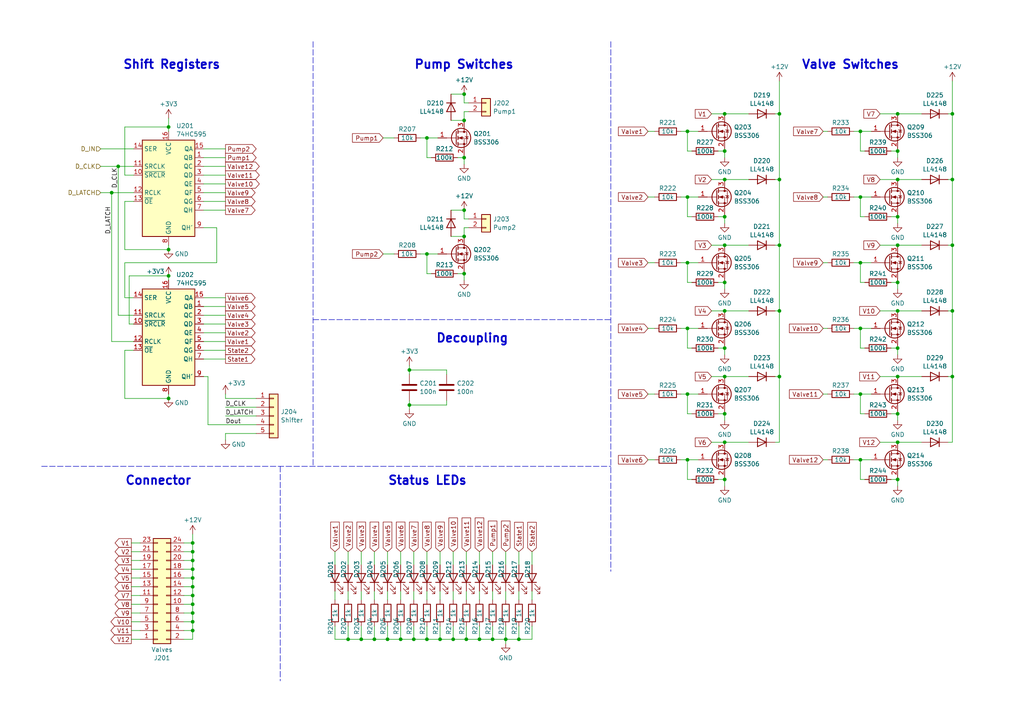
<source format=kicad_sch>
(kicad_sch (version 20231120) (generator "eeschema") (generator_version "8.0")
  (paper "A4")
  (junction (at 142.875 185.42))
  (junction (at 34.29 48.26))
  (junction (at 199.39 38.1))
  (junction (at 55.88 162.56))
  (junction (at 260.35 139.065))
  (junction (at 55.88 170.18))
  (junction (at 249.555 76.2))
  (junction (at 260.35 109.22))
  (junction (at 210.185 139.065))
  (junction (at 134.62 60.96))
  (junction (at 210.185 43.815))
  (junction (at 112.395 185.42))
  (junction (at 131.445 185.42))
  (junction (at 55.88 182.88))
  (junction (at 199.39 95.25))
  (junction (at 55.88 172.72))
  (junction (at 199.39 114.3))
  (junction (at 260.35 100.965))
  (junction (at 210.185 90.17))
  (junction (at 55.88 165.1))
  (junction (at 210.185 120.015))
  (junction (at 48.895 36.83))
  (junction (at 276.225 109.22))
  (junction (at 249.555 133.35))
  (junction (at 139.065 185.42))
  (junction (at 226.06 71.12))
  (junction (at 55.88 157.48))
  (junction (at 199.39 57.15))
  (junction (at 210.185 81.915))
  (junction (at 116.205 185.42))
  (junction (at 210.185 128.27))
  (junction (at 146.685 185.42))
  (junction (at 134.62 68.58))
  (junction (at 249.555 95.25))
  (junction (at 120.015 185.42))
  (junction (at 118.745 117.475))
  (junction (at 134.62 45.72))
  (junction (at 55.88 180.34))
  (junction (at 123.825 73.66))
  (junction (at 134.62 79.375))
  (junction (at 210.185 62.865))
  (junction (at 134.62 27.305))
  (junction (at 276.225 90.17))
  (junction (at 210.185 33.02))
  (junction (at 226.06 52.07))
  (junction (at 123.825 185.42))
  (junction (at 118.745 107.315))
  (junction (at 108.585 185.42))
  (junction (at 199.39 76.2))
  (junction (at 55.88 177.8))
  (junction (at 260.35 43.815))
  (junction (at 249.555 38.1))
  (junction (at 48.895 115.57))
  (junction (at 226.06 109.22))
  (junction (at 123.825 40.005))
  (junction (at 260.35 33.02))
  (junction (at 260.35 120.015))
  (junction (at 48.895 80.01))
  (junction (at 260.35 128.27))
  (junction (at 249.555 114.3))
  (junction (at 104.775 185.42))
  (junction (at 260.35 71.12))
  (junction (at 210.185 52.07))
  (junction (at 210.185 71.12))
  (junction (at 276.225 52.07))
  (junction (at 260.35 52.07))
  (junction (at 134.62 34.925))
  (junction (at 249.555 57.15))
  (junction (at 210.185 100.965))
  (junction (at 55.88 167.64))
  (junction (at 276.225 71.12))
  (junction (at 260.35 62.865))
  (junction (at 210.185 109.22))
  (junction (at 226.06 33.02))
  (junction (at 32.385 55.88))
  (junction (at 199.39 133.35))
  (junction (at 100.965 185.42))
  (junction (at 260.35 81.915))
  (junction (at 150.495 185.42))
  (junction (at 260.35 90.17))
  (junction (at 55.88 175.26))
  (junction (at 135.255 185.42))
  (junction (at 48.895 72.39))
  (junction (at 226.06 90.17))
  (junction (at 127.635 185.42))
  (junction (at 55.88 160.02))
  (junction (at 276.225 33.02))
  (wire (pts (xy 150.495 171.45) (xy 150.495 173.99)))
  (wire (pts (xy 258.445 81.915) (xy 260.35 81.915)))
  (wire (pts (xy 249.555 139.065) (xy 249.555 133.35)))
  (wire (pts (xy 36.195 115.57) (xy 48.895 115.57)))
  (wire (pts (xy 65.405 43.18) (xy 59.055 43.18)))
  (wire (pts (xy 108.585 160.02) (xy 108.585 163.83)))
  (wire (pts (xy 187.96 133.35) (xy 189.865 133.35)))
  (wire (pts (xy 65.405 93.98) (xy 59.055 93.98)))
  (wire (pts (xy 37.465 80.01) (xy 48.895 80.01)))
  (wire (pts (xy 224.79 128.27) (xy 226.06 128.27)))
  (wire (pts (xy 116.205 185.42) (xy 112.395 185.42)))
  (wire (pts (xy 112.395 181.61) (xy 112.395 185.42)))
  (wire (pts (xy 129.54 116.205) (xy 129.54 117.475)))
  (wire (pts (xy 111.125 40.005) (xy 114.3 40.005)))
  (wire (pts (xy 258.445 139.065) (xy 260.35 139.065)))
  (wire (pts (xy 53.34 172.72) (xy 55.88 172.72)))
  (wire (pts (xy 59.055 66.04) (xy 62.865 66.04)))
  (wire (pts (xy 120.015 160.02) (xy 120.015 163.83)))
  (wire (pts (xy 274.955 109.22) (xy 276.225 109.22)))
  (wire (pts (xy 104.775 181.61) (xy 104.775 185.42)))
  (wire (pts (xy 199.39 133.35) (xy 202.565 133.35)))
  (wire (pts (xy 276.225 90.17) (xy 276.225 109.22)))
  (wire (pts (xy 118.745 117.475) (xy 118.745 118.745)))
  (wire (pts (xy 249.555 76.2) (xy 252.73 76.2)))
  (wire (pts (xy 255.27 128.27) (xy 260.35 128.27)))
  (wire (pts (xy 238.76 133.35) (xy 240.03 133.35)))
  (wire (pts (xy 37.465 93.98) (xy 37.465 80.01)))
  (wire (pts (xy 150.495 160.02) (xy 150.495 163.83)))
  (wire (pts (xy 139.065 181.61) (xy 139.065 185.42)))
  (wire (pts (xy 200.66 43.815) (xy 199.39 43.815)))
  (wire (pts (xy 100.965 160.02) (xy 100.965 163.83)))
  (wire (pts (xy 123.825 185.42) (xy 120.015 185.42)))
  (wire (pts (xy 97.155 181.61) (xy 97.155 185.42)))
  (wire (pts (xy 150.495 185.42) (xy 154.305 185.42)))
  (wire (pts (xy 255.27 109.22) (xy 260.35 109.22)))
  (wire (pts (xy 129.54 117.475) (xy 118.745 117.475)))
  (wire (pts (xy 116.205 160.02) (xy 116.205 163.83)))
  (wire (pts (xy 199.39 62.865) (xy 199.39 57.15)))
  (wire (pts (xy 187.96 38.1) (xy 189.865 38.1)))
  (wire (pts (xy 187.96 57.15) (xy 189.865 57.15)))
  (wire (pts (xy 249.555 57.15) (xy 252.73 57.15)))
  (wire (pts (xy 123.825 40.005) (xy 127 40.005)))
  (wire (pts (xy 146.685 185.42) (xy 150.495 185.42)))
  (wire (pts (xy 210.185 139.065) (xy 210.185 140.97)))
  (wire (pts (xy 210.185 43.815) (xy 210.185 45.72)))
  (wire (pts (xy 65.405 91.44) (xy 59.055 91.44)))
  (wire (pts (xy 32.385 99.06) (xy 38.735 99.06)))
  (wire (pts (xy 276.225 33.02) (xy 276.225 52.07)))
  (wire (pts (xy 224.79 33.02) (xy 226.06 33.02)))
  (wire (pts (xy 260.35 100.965) (xy 260.35 100.33)))
  (wire (pts (xy 249.555 133.35) (xy 252.73 133.35)))
  (wire (pts (xy 55.88 185.42) (xy 53.34 185.42)))
  (wire (pts (xy 139.065 185.42) (xy 135.255 185.42)))
  (wire (pts (xy 53.34 170.18) (xy 55.88 170.18)))
  (wire (pts (xy 135.255 171.45) (xy 135.255 173.99)))
  (wire (pts (xy 210.185 62.865) (xy 210.185 64.77)))
  (wire (pts (xy 38.735 58.42) (xy 36.195 58.42)))
  (wire (pts (xy 208.28 120.015) (xy 210.185 120.015)))
  (wire (pts (xy 255.27 33.02) (xy 260.35 33.02)))
  (wire (pts (xy 135.255 160.02) (xy 135.255 163.83)))
  (wire (pts (xy 210.185 81.915) (xy 210.185 81.28)))
  (wire (pts (xy 36.195 58.42) (xy 36.195 72.39)))
  (wire (pts (xy 36.195 76.2) (xy 36.195 86.36)))
  (wire (pts (xy 36.195 101.6) (xy 36.195 115.57)))
  (wire (pts (xy 226.06 23.495) (xy 226.06 33.02)))
  (wire (pts (xy 55.88 157.48) (xy 55.88 160.02)))
  (wire (pts (xy 206.375 128.27) (xy 210.185 128.27)))
  (wire (pts (xy 260.35 43.815) (xy 260.35 45.72)))
  (wire (pts (xy 134.62 29.845) (xy 135.89 29.845)))
  (wire (pts (xy 65.405 88.9) (xy 59.055 88.9)))
  (wire (pts (xy 38.735 50.8) (xy 36.195 50.8)))
  (wire (pts (xy 260.35 62.865) (xy 260.35 64.77)))
  (wire (pts (xy 38.735 101.6) (xy 36.195 101.6)))
  (wire (pts (xy 111.125 73.66) (xy 114.3 73.66)))
  (wire (pts (xy 210.185 120.015) (xy 210.185 119.38)))
  (wire (pts (xy 199.39 139.065) (xy 199.39 133.35)))
  (wire (pts (xy 38.1 170.18) (xy 40.64 170.18)))
  (wire (pts (xy 55.88 154.94) (xy 55.88 157.48)))
  (wire (pts (xy 134.62 45.72) (xy 134.62 47.625)))
  (wire (pts (xy 62.865 76.2) (xy 36.195 76.2)))
  (wire (pts (xy 274.955 71.12) (xy 276.225 71.12)))
  (wire (pts (xy 210.185 128.27) (xy 217.17 128.27)))
  (wire (pts (xy 53.34 162.56) (xy 55.88 162.56)))
  (wire (pts (xy 131.445 160.02) (xy 131.445 163.83)))
  (wire (pts (xy 226.06 90.17) (xy 226.06 109.22)))
  (wire (pts (xy 260.35 109.22) (xy 267.335 109.22)))
  (wire (pts (xy 34.29 91.44) (xy 38.735 91.44)))
  (wire (pts (xy 59.055 109.22) (xy 60.325 109.22)))
  (wire (pts (xy 146.685 185.42) (xy 142.875 185.42)))
  (wire (pts (xy 53.34 167.64) (xy 55.88 167.64)))
  (wire (pts (xy 100.965 185.42) (xy 97.155 185.42)))
  (wire (pts (xy 38.1 185.42) (xy 40.64 185.42)))
  (wire (pts (xy 134.62 32.385) (xy 134.62 34.925)))
  (wire (pts (xy 135.255 185.42) (xy 131.445 185.42)))
  (wire (pts (xy 125.095 79.375) (xy 123.825 79.375)))
  (wire (pts (xy 187.96 114.3) (xy 189.865 114.3)))
  (wire (pts (xy 121.92 73.66) (xy 123.825 73.66)))
  (wire (pts (xy 48.895 34.29) (xy 48.895 36.83)))
  (wire (pts (xy 53.34 180.34) (xy 55.88 180.34)))
  (wire (pts (xy 260.35 33.02) (xy 267.335 33.02)))
  (wire (pts (xy 206.375 71.12) (xy 210.185 71.12)))
  (wire (pts (xy 65.405 45.72) (xy 59.055 45.72)))
  (wire (pts (xy 65.405 48.26) (xy 59.055 48.26)))
  (wire (pts (xy 62.865 66.04) (xy 62.865 76.2)))
  (wire (pts (xy 38.1 160.02) (xy 40.64 160.02)))
  (wire (pts (xy 135.255 181.61) (xy 135.255 185.42)))
  (wire (pts (xy 130.81 60.96) (xy 134.62 60.96)))
  (wire (pts (xy 123.825 73.66) (xy 127 73.66)))
  (wire (pts (xy 104.775 171.45) (xy 104.775 173.99)))
  (wire (pts (xy 210.185 100.965) (xy 210.185 100.33)))
  (wire (pts (xy 38.1 182.88) (xy 40.64 182.88)))
  (wire (pts (xy 150.495 181.61) (xy 150.495 185.42)))
  (wire (pts (xy 250.825 81.915) (xy 249.555 81.915)))
  (wire (pts (xy 125.095 45.72) (xy 123.825 45.72)))
  (wire (pts (xy 260.35 52.07) (xy 267.335 52.07)))
  (wire (pts (xy 199.39 57.15) (xy 202.565 57.15)))
  (wire (pts (xy 112.395 160.02) (xy 112.395 163.83)))
  (wire (pts (xy 48.895 36.83) (xy 48.895 38.1)))
  (wire (pts (xy 238.76 38.1) (xy 240.03 38.1)))
  (wire (pts (xy 36.195 86.36) (xy 38.735 86.36)))
  (wire (pts (xy 258.445 62.865) (xy 260.35 62.865)))
  (wire (pts (xy 200.66 120.015) (xy 199.39 120.015)))
  (wire (pts (xy 108.585 171.45) (xy 108.585 173.99)))
  (wire (pts (xy 65.405 99.06) (xy 59.055 99.06)))
  (wire (pts (xy 123.825 171.45) (xy 123.825 173.99)))
  (wire (pts (xy 247.65 95.25) (xy 249.555 95.25)))
  (wire (pts (xy 187.96 95.25) (xy 189.865 95.25)))
  (wire (pts (xy 274.955 33.02) (xy 276.225 33.02)))
  (wire (pts (xy 154.305 171.45) (xy 154.305 173.99)))
  (wire (pts (xy 65.405 125.73) (xy 65.405 127.635)))
  (wire (pts (xy 206.375 90.17) (xy 210.185 90.17)))
  (wire (pts (xy 224.79 90.17) (xy 226.06 90.17)))
  (wire (pts (xy 97.155 160.02) (xy 97.155 163.83)))
  (wire (pts (xy 53.34 165.1) (xy 55.88 165.1)))
  (wire (pts (xy 210.185 43.815) (xy 210.185 43.18)))
  (wire (pts (xy 134.62 79.375) (xy 134.62 78.74)))
  (wire (pts (xy 274.955 52.07) (xy 276.225 52.07)))
  (wire (pts (xy 55.88 167.64) (xy 55.88 170.18)))
  (wire (pts (xy 38.1 167.64) (xy 40.64 167.64)))
  (wire (pts (xy 120.015 171.45) (xy 120.015 173.99)))
  (wire (pts (xy 116.205 181.61) (xy 116.205 185.42)))
  (wire (pts (xy 38.1 165.1) (xy 40.64 165.1)))
  (wire (pts (xy 135.89 66.04) (xy 134.62 66.04)))
  (wire (pts (xy 65.405 50.8) (xy 59.055 50.8)))
  (wire (pts (xy 131.445 181.61) (xy 131.445 185.42)))
  (wire (pts (xy 134.62 66.04) (xy 134.62 68.58)))
  (wire (pts (xy 260.35 100.965) (xy 260.35 102.87)))
  (wire (pts (xy 208.28 81.915) (xy 210.185 81.915)))
  (wire (pts (xy 200.66 100.965) (xy 199.39 100.965)))
  (wire (pts (xy 260.35 43.815) (xy 260.35 43.18)))
  (wire (pts (xy 255.27 90.17) (xy 260.35 90.17)))
  (wire (pts (xy 55.88 175.26) (xy 55.88 177.8)))
  (wire (pts (xy 146.685 160.02) (xy 146.685 163.83)))
  (wire (pts (xy 247.65 114.3) (xy 249.555 114.3)))
  (wire (pts (xy 36.195 50.8) (xy 36.195 36.83)))
  (wire (pts (xy 34.29 91.44) (xy 34.29 48.26)))
  (wire (pts (xy 59.055 104.14) (xy 65.405 104.14)))
  (wire (pts (xy 65.405 86.36) (xy 59.055 86.36)))
  (wire (pts (xy 53.34 182.88) (xy 55.88 182.88)))
  (wire (pts (xy 206.375 52.07) (xy 210.185 52.07)))
  (wire (pts (xy 118.745 106.045) (xy 118.745 107.315)))
  (wire (pts (xy 154.305 160.02) (xy 154.305 163.83)))
  (wire (pts (xy 48.895 80.01) (xy 48.895 81.28)))
  (wire (pts (xy 226.06 52.07) (xy 226.06 71.12)))
  (wire (pts (xy 53.34 157.48) (xy 55.88 157.48)))
  (wire (pts (xy 200.66 81.915) (xy 199.39 81.915)))
  (wire (pts (xy 276.225 128.27) (xy 274.955 128.27)))
  (wire (pts (xy 154.305 181.61) (xy 154.305 185.42)))
  (wire (pts (xy 146.685 171.45) (xy 146.685 173.99)))
  (wire (pts (xy 139.065 160.02) (xy 139.065 163.83)))
  (wire (pts (xy 250.825 43.815) (xy 249.555 43.815)))
  (wire (pts (xy 258.445 100.965) (xy 260.35 100.965)))
  (wire (pts (xy 60.325 123.19) (xy 74.295 123.19)))
  (wire (pts (xy 274.955 90.17) (xy 276.225 90.17)))
  (polyline (pts (xy 90.805 12.065) (xy 90.805 135.255)) (stroke (width 0) (type dash)))
  (wire (pts (xy 199.39 114.3) (xy 202.565 114.3)))
  (wire (pts (xy 249.555 95.25) (xy 252.73 95.25)))
  (wire (pts (xy 197.485 95.25) (xy 199.39 95.25)))
  (wire (pts (xy 55.88 177.8) (xy 55.88 180.34)))
  (wire (pts (xy 97.155 171.45) (xy 97.155 173.99)))
  (wire (pts (xy 276.225 52.07) (xy 276.225 71.12)))
  (wire (pts (xy 142.875 160.02) (xy 142.875 163.83)))
  (wire (pts (xy 38.1 180.34) (xy 40.64 180.34)))
  (wire (pts (xy 65.405 118.11) (xy 74.295 118.11)))
  (wire (pts (xy 226.06 128.27) (xy 226.06 109.22)))
  (wire (pts (xy 29.21 48.26) (xy 34.29 48.26)))
  (wire (pts (xy 208.28 62.865) (xy 210.185 62.865)))
  (wire (pts (xy 134.62 79.375) (xy 134.62 81.28)))
  (wire (pts (xy 260.35 128.27) (xy 267.335 128.27)))
  (wire (pts (xy 276.225 109.22) (xy 276.225 128.27)))
  (wire (pts (xy 131.445 171.45) (xy 131.445 173.99)))
  (wire (pts (xy 120.015 181.61) (xy 120.015 185.42)))
  (wire (pts (xy 139.065 171.45) (xy 139.065 173.99)))
  (wire (pts (xy 38.1 162.56) (xy 40.64 162.56)))
  (wire (pts (xy 55.88 182.88) (xy 55.88 185.42)))
  (wire (pts (xy 55.88 162.56) (xy 55.88 165.1)))
  (wire (pts (xy 134.62 45.72) (xy 134.62 45.085)))
  (wire (pts (xy 38.1 157.48) (xy 40.64 157.48)))
  (wire (pts (xy 260.35 71.12) (xy 267.335 71.12)))
  (wire (pts (xy 65.405 55.88) (xy 59.055 55.88)))
  (wire (pts (xy 238.76 57.15) (xy 240.03 57.15)))
  (wire (pts (xy 135.89 32.385) (xy 134.62 32.385)))
  (wire (pts (xy 197.485 38.1) (xy 199.39 38.1)))
  (wire (pts (xy 210.185 120.015) (xy 210.185 121.92)))
  (wire (pts (xy 238.76 95.25) (xy 240.03 95.25)))
  (wire (pts (xy 260.35 81.915) (xy 260.35 81.28)))
  (wire (pts (xy 36.195 36.83) (xy 48.895 36.83)))
  (wire (pts (xy 247.65 57.15) (xy 249.555 57.15)))
  (wire (pts (xy 197.485 76.2) (xy 199.39 76.2)))
  (wire (pts (xy 224.79 71.12) (xy 226.06 71.12)))
  (wire (pts (xy 132.715 79.375) (xy 134.62 79.375)))
  (wire (pts (xy 123.825 45.72) (xy 123.825 40.005)))
  (polyline (pts (xy 177.165 12.065) (xy 177.165 165.735)) (stroke (width 0) (type dash)))
  (wire (pts (xy 276.225 23.495) (xy 276.225 33.02)))
  (wire (pts (xy 199.39 38.1) (xy 202.565 38.1)))
  (wire (pts (xy 104.775 160.02) (xy 104.775 163.83)))
  (wire (pts (xy 118.745 107.315) (xy 118.745 108.585)))
  (wire (pts (xy 199.39 76.2) (xy 202.565 76.2)))
  (wire (pts (xy 65.405 125.73) (xy 74.295 125.73)))
  (wire (pts (xy 53.34 160.02) (xy 55.88 160.02)))
  (wire (pts (xy 142.875 185.42) (xy 139.065 185.42)))
  (wire (pts (xy 249.555 43.815) (xy 249.555 38.1)))
  (wire (pts (xy 38.735 93.98) (xy 37.465 93.98)))
  (polyline (pts (xy 90.805 92.71) (xy 177.165 92.71)) (stroke (width 0) (type dash)))
  (wire (pts (xy 108.585 181.61) (xy 108.585 185.42)))
  (wire (pts (xy 206.375 109.22) (xy 210.185 109.22)))
  (wire (pts (xy 120.015 185.42) (xy 116.205 185.42)))
  (wire (pts (xy 65.405 96.52) (xy 59.055 96.52)))
  (wire (pts (xy 116.205 171.45) (xy 116.205 173.99)))
  (wire (pts (xy 199.39 43.815) (xy 199.39 38.1)))
  (wire (pts (xy 65.405 115.57) (xy 74.295 115.57)))
  (wire (pts (xy 48.895 115.57) (xy 48.895 114.3)))
  (wire (pts (xy 134.62 27.305) (xy 134.62 29.845)))
  (wire (pts (xy 59.055 101.6) (xy 65.405 101.6)))
  (wire (pts (xy 32.385 55.88) (xy 38.735 55.88)))
  (wire (pts (xy 134.62 60.96) (xy 134.62 63.5)))
  (wire (pts (xy 210.185 71.12) (xy 217.17 71.12)))
  (wire (pts (xy 142.875 171.45) (xy 142.875 173.99)))
  (wire (pts (xy 55.88 165.1) (xy 55.88 167.64)))
  (wire (pts (xy 34.29 48.26) (xy 38.735 48.26)))
  (wire (pts (xy 197.485 57.15) (xy 199.39 57.15)))
  (wire (pts (xy 260.35 62.865) (xy 260.35 62.23)))
  (wire (pts (xy 260.35 120.015) (xy 260.35 119.38)))
  (wire (pts (xy 224.79 109.22) (xy 226.06 109.22)))
  (wire (pts (xy 38.1 172.72) (xy 40.64 172.72)))
  (wire (pts (xy 199.39 120.015) (xy 199.39 114.3)))
  (wire (pts (xy 48.895 72.39) (xy 48.895 71.12)))
  (wire (pts (xy 247.65 38.1) (xy 249.555 38.1)))
  (wire (pts (xy 121.92 40.005) (xy 123.825 40.005)))
  (wire (pts (xy 210.185 90.17) (xy 217.17 90.17)))
  (wire (pts (xy 146.685 185.42) (xy 146.685 186.69)))
  (wire (pts (xy 255.27 52.07) (xy 260.35 52.07)))
  (wire (pts (xy 238.76 76.2) (xy 240.03 76.2)))
  (wire (pts (xy 130.81 27.305) (xy 134.62 27.305)))
  (wire (pts (xy 65.405 114.3) (xy 65.405 115.57)))
  (wire (pts (xy 53.34 175.26) (xy 55.88 175.26)))
  (wire (pts (xy 123.825 79.375) (xy 123.825 73.66)))
  (wire (pts (xy 249.555 38.1) (xy 252.73 38.1)))
  (wire (pts (xy 112.395 185.42) (xy 108.585 185.42)))
  (wire (pts (xy 127.635 185.42) (xy 123.825 185.42)))
  (wire (pts (xy 127.635 181.61) (xy 127.635 185.42)))
  (wire (pts (xy 199.39 81.915) (xy 199.39 76.2)))
  (wire (pts (xy 249.555 81.915) (xy 249.555 76.2)))
  (wire (pts (xy 247.65 76.2) (xy 249.555 76.2)))
  (wire (pts (xy 208.28 43.815) (xy 210.185 43.815)))
  (wire (pts (xy 55.88 180.34) (xy 55.88 182.88)))
  (wire (pts (xy 200.66 139.065) (xy 199.39 139.065)))
  (wire (pts (xy 250.825 139.065) (xy 249.555 139.065)))
  (wire (pts (xy 255.27 71.12) (xy 260.35 71.12)))
  (wire (pts (xy 131.445 185.42) (xy 127.635 185.42)))
  (wire (pts (xy 108.585 185.42) (xy 104.775 185.42)))
  (wire (pts (xy 247.65 133.35) (xy 249.555 133.35)))
  (wire (pts (xy 258.445 120.015) (xy 260.35 120.015)))
  (wire (pts (xy 65.405 120.65) (xy 74.295 120.65)))
  (wire (pts (xy 250.825 62.865) (xy 249.555 62.865)))
  (wire (pts (xy 55.88 170.18) (xy 55.88 172.72)))
  (wire (pts (xy 210.185 81.915) (xy 210.185 83.82)))
  (wire (pts (xy 199.39 100.965) (xy 199.39 95.25)))
  (wire (pts (xy 258.445 43.815) (xy 260.35 43.815)))
  (wire (pts (xy 260.35 120.015) (xy 260.35 121.92)))
  (wire (pts (xy 208.28 139.065) (xy 210.185 139.065)))
  (wire (pts (xy 55.88 160.02) (xy 55.88 162.56)))
  (wire (pts (xy 29.21 55.88) (xy 32.385 55.88)))
  (wire (pts (xy 260.35 139.065) (xy 260.35 138.43)))
  (wire (pts (xy 38.1 177.8) (xy 40.64 177.8)))
  (wire (pts (xy 206.375 33.02) (xy 210.185 33.02)))
  (wire (pts (xy 130.81 68.58) (xy 134.62 68.58)))
  (wire (pts (xy 118.745 116.205) (xy 118.745 117.475)))
  (wire (pts (xy 112.395 171.45) (xy 112.395 173.99)))
  (wire (pts (xy 226.06 71.12) (xy 226.06 90.17)))
  (wire (pts (xy 238.76 114.3) (xy 240.03 114.3)))
  (wire (pts (xy 249.555 114.3) (xy 252.73 114.3)))
  (wire (pts (xy 36.195 72.39) (xy 48.895 72.39)))
  (polyline (pts (xy 81.28 135.255) (xy 81.28 197.485)) (stroke (width 0) (type dash)))
  (wire (pts (xy 260.35 139.065) (xy 260.35 140.97)))
  (wire (pts (xy 55.88 172.72) (xy 55.88 175.26)))
  (wire (pts (xy 130.81 34.925) (xy 134.62 34.925)))
  (wire (pts (xy 210.185 52.07) (xy 217.17 52.07)))
  (wire (pts (xy 210.185 33.02) (xy 217.17 33.02)))
  (wire (pts (xy 132.715 45.72) (xy 134.62 45.72)))
  (wire (pts (xy 123.825 181.61) (xy 123.825 185.42)))
  (wire (pts (xy 187.96 76.2) (xy 189.865 76.2)))
  (wire (pts (xy 226.06 33.02) (xy 226.06 52.07)))
  (wire (pts (xy 249.555 120.015) (xy 249.555 114.3)))
  (wire (pts (xy 146.685 181.61) (xy 146.685 185.42)))
  (wire (pts (xy 65.405 58.42) (xy 59.055 58.42)))
  (wire (pts (xy 276.225 71.12) (xy 276.225 90.17)))
  (wire (pts (xy 200.66 62.865) (xy 199.39 62.865)))
  (wire (pts (xy 249.555 100.965) (xy 249.555 95.25)))
  (wire (pts (xy 210.185 109.22) (xy 217.17 109.22)))
  (wire (pts (xy 104.775 185.42) (xy 100.965 185.42)))
  (wire (pts (xy 210.185 100.965) (xy 210.185 102.87)))
  (wire (pts (xy 210.185 62.865) (xy 210.185 62.23)))
  (wire (pts (xy 123.825 160.02) (xy 123.825 163.83)))
  (wire (pts (xy 142.875 181.61) (xy 142.875 185.42)))
  (wire (pts (xy 127.635 171.45) (xy 127.635 173.99)))
  (wire (pts (xy 32.385 55.88) (xy 32.385 99.06)))
  (wire (pts (xy 38.1 175.26) (xy 40.64 175.26)))
  (wire (pts (xy 260.35 90.17) (xy 267.335 90.17)))
  (wire (pts (xy 118.745 107.315) (xy 129.54 107.315)))
  (wire (pts (xy 29.21 43.18) (xy 38.735 43.18)))
  (wire (pts (xy 249.555 62.865) (xy 249.555 57.15)))
  (wire (pts (xy 127.635 160.02) (xy 127.635 163.83)))
  (wire (pts (xy 65.405 53.34) (xy 59.055 53.34)))
  (wire (pts (xy 197.485 133.35) (xy 199.39 133.35)))
  (wire (pts (xy 65.405 60.96) (xy 59.055 60.96)))
  (wire (pts (xy 100.965 181.61) (xy 100.965 185.42)))
  (wire (pts (xy 224.79 52.07) (xy 226.06 52.07)))
  (wire (pts (xy 210.185 139.065) (xy 210.185 138.43)))
  (wire (pts (xy 197.485 114.3) (xy 199.39 114.3)))
  (wire (pts (xy 60.325 109.22) (xy 60.325 123.19)))
  (wire (pts (xy 260.35 81.915) (xy 260.35 83.82)))
  (wire (pts (xy 199.39 95.25) (xy 202.565 95.25)))
  (wire (pts (xy 250.825 100.965) (xy 249.555 100.965)))
  (wire (pts (xy 250.825 120.015) (xy 249.555 120.015)))
  (polyline (pts (xy 12.065 135.255) (xy 177.165 135.255)) (stroke (width 0) (type dash)))
  (wire (pts (xy 100.965 171.45) (xy 100.965 173.99)))
  (wire (pts (xy 53.34 177.8) (xy 55.88 177.8)))
  (wire (pts (xy 129.54 107.315) (xy 129.54 108.585)))
  (wire (pts (xy 134.62 63.5) (xy 135.89 63.5)))
  (wire (pts (xy 208.28 100.965) (xy 210.185 100.965)))
  (text "Valve Switches" (at 232.41 20.32 0) (effects (font (size 2.5 2.5) (thickness 0.5) (bold yes)) (justify left bottom)))
  (text "Connector" (at 36.195 140.97 0) (effects (font (size 2.5 2.5) (thickness 0.5) (bold yes)) (justify left bottom)))
  (text "Pump Switches" (at 120.015 20.32 0) (effects (font (size 2.5 2.5) (thickness 0.5) (bold yes)) (justify left bottom)))
  (text "Status LEDs" (at 112.395 140.97 0) (effects (font (size 2.5 2.5) (thickness 0.5) (bold yes)) (justify left bottom)))
  (text "Shift Registers" (at 35.56 20.32 0) (effects (font (size 2.5 2.5) (thickness 0.5) (bold yes)) (justify left bottom)))
  (text "Decoupling" (at 126.365 99.695 0) (effects (font (size 2.5 2.5) (thickness 0.5) (bold yes)) (justify left bottom)))
  (label "D_CLK" (at 34.29 54.61 90))
  (label "D_LATCH" (at 65.405 120.65 0))
  (label "D_CLK" (at 65.405 118.11 0))
  (label "D_LATCH" (at 32.385 67.945 90))
  (label "Dout" (at 65.405 123.19 0))
  (global_label "Valve11" (shape output) (at 65.405 50.8 0) (property "Intersheetrefs" "${INTERSHEET_REFS}" (effects (hide yes))))
  (global_label "Pump1" (shape output) (at 65.405 45.72 0) (property "Intersheetrefs" "${INTERSHEET_REFS}" (effects (hide yes))))
  (global_label "Valve3" (shape input) (at 104.775 160.02 90) (property "Intersheetrefs" "${INTERSHEET_REFS}" (effects (hide yes))))
  (global_label "Valve5" (shape input) (at 187.96 114.3 180) (property "Intersheetrefs" "${INTERSHEET_REFS}" (effects (hide yes))))
  (global_label "Valve8" (shape input) (at 123.825 160.02 90) (property "Intersheetrefs" "${INTERSHEET_REFS}" (effects (hide yes))))
  (global_label "Valve12" (shape output) (at 65.405 48.26 0) (property "Intersheetrefs" "${INTERSHEET_REFS}" (effects (hide yes))))
  (global_label "Valve5" (shape input) (at 112.395 160.02 90) (property "Intersheetrefs" "${INTERSHEET_REFS}" (effects (hide yes))))
  (global_label "V8" (shape input) (at 255.27 52.07 180) (property "Intersheetrefs" "${INTERSHEET_REFS}" (effects (hide yes))))
  (global_label "V7" (shape input) (at 255.27 33.02 180) (property "Intersheetrefs" "${INTERSHEET_REFS}" (effects (hide yes))))
  (global_label "V8" (shape output) (at 38.1 175.26 180) (property "Intersheetrefs" "${INTERSHEET_REFS}" (effects (hide yes))))
  (global_label "Valve7" (shape input) (at 120.015 160.02 90) (property "Intersheetrefs" "${INTERSHEET_REFS}" (effects (hide yes))))
  (global_label "Valve6" (shape input) (at 116.205 160.02 90) (property "Intersheetrefs" "${INTERSHEET_REFS}" (effects (hide yes))))
  (global_label "Valve2" (shape input) (at 100.965 160.02 90) (property "Intersheetrefs" "${INTERSHEET_REFS}" (effects (hide yes))))
  (global_label "V12" (shape input) (at 255.27 128.27 180) (property "Intersheetrefs" "${INTERSHEET_REFS}" (effects (hide yes))))
  (global_label "Valve10" (shape input) (at 131.445 160.02 90) (property "Intersheetrefs" "${INTERSHEET_REFS}" (effects (hide yes))))
  (global_label "Valve6" (shape output) (at 65.405 86.36 0) (property "Intersheetrefs" "${INTERSHEET_REFS}" (effects (hide yes))))
  (global_label "Pump2" (shape input) (at 146.685 160.02 90) (property "Intersheetrefs" "${INTERSHEET_REFS}" (effects (hide yes))))
  (global_label "Valve2" (shape input) (at 187.96 57.15 180) (property "Intersheetrefs" "${INTERSHEET_REFS}" (effects (hide yes))))
  (global_label "Valve9" (shape input) (at 127.635 160.02 90) (property "Intersheetrefs" "${INTERSHEET_REFS}" (effects (hide yes))))
  (global_label "V11" (shape input) (at 255.27 109.22 180) (property "Intersheetrefs" "${INTERSHEET_REFS}" (effects (hide yes))))
  (global_label "V6" (shape input) (at 206.375 128.27 180) (property "Intersheetrefs" "${INTERSHEET_REFS}" (effects (hide yes))))
  (global_label "Valve6" (shape input) (at 187.96 133.35 180) (property "Intersheetrefs" "${INTERSHEET_REFS}" (effects (hide yes))))
  (global_label "Pump2" (shape input) (at 111.125 73.66 180) (property "Intersheetrefs" "${INTERSHEET_REFS}" (effects (hide yes))))
  (global_label "Valve2" (shape output) (at 65.405 96.52 0) (property "Intersheetrefs" "${INTERSHEET_REFS}" (effects (hide yes))))
  (global_label "Valve4" (shape output) (at 65.405 91.44 0) (property "Intersheetrefs" "${INTERSHEET_REFS}" (effects (hide yes))))
  (global_label "V9" (shape output) (at 38.1 177.8 180) (property "Intersheetrefs" "${INTERSHEET_REFS}" (effects (hide yes))))
  (global_label "Pump1" (shape input) (at 142.875 160.02 90) (property "Intersheetrefs" "${INTERSHEET_REFS}" (effects (hide yes))))
  (global_label "V11" (shape output) (at 38.1 182.88 180) (property "Intersheetrefs" "${INTERSHEET_REFS}" (effects (hide yes))))
  (global_label "V10" (shape input) (at 255.27 90.17 180) (property "Intersheetrefs" "${INTERSHEET_REFS}" (effects (hide yes))))
  (global_label "V12" (shape output) (at 38.1 185.42 180) (property "Intersheetrefs" "${INTERSHEET_REFS}" (effects (hide yes))))
  (global_label "Valve8" (shape input) (at 238.76 57.15 180) (property "Intersheetrefs" "${INTERSHEET_REFS}" (effects (hide yes))))
  (global_label "V3" (shape input) (at 206.375 71.12 180) (property "Intersheetrefs" "${INTERSHEET_REFS}" (effects (hide yes))))
  (global_label "V1" (shape input) (at 206.375 33.02 180) (property "Intersheetrefs" "${INTERSHEET_REFS}" (effects (hide yes))))
  (global_label "V7" (shape output) (at 38.1 172.72 180) (property "Intersheetrefs" "${INTERSHEET_REFS}" (effects (hide yes))))
  (global_label "Valve7" (shape output) (at 65.405 60.96 0) (property "Intersheetrefs" "${INTERSHEET_REFS}" (effects (hide yes))))
  (global_label "Valve4" (shape input) (at 187.96 95.25 180) (property "Intersheetrefs" "${INTERSHEET_REFS}" (effects (hide yes))))
  (global_label "Valve1" (shape input) (at 187.96 38.1 180) (property "Intersheetrefs" "${INTERSHEET_REFS}" (effects (hide yes))))
  (global_label "V3" (shape output) (at 38.1 162.56 180) (property "Intersheetrefs" "${INTERSHEET_REFS}" (effects (hide yes))))
  (global_label "V6" (shape output) (at 38.1 170.18 180) (property "Intersheetrefs" "${INTERSHEET_REFS}" (effects (hide yes))))
  (global_label "V2" (shape input) (at 206.375 52.07 180) (property "Intersheetrefs" "${INTERSHEET_REFS}" (effects (hide yes))))
  (global_label "Valve11" (shape input) (at 135.255 160.02 90) (property "Intersheetrefs" "${INTERSHEET_REFS}" (effects (hide yes))))
  (global_label "Pump2" (shape output) (at 65.405 43.18 0) (property "Intersheetrefs" "${INTERSHEET_REFS}" (effects (hide yes))))
  (global_label "V2" (shape output) (at 38.1 160.02 180) (property "Intersheetrefs" "${INTERSHEET_REFS}" (effects (hide yes))))
  (global_label "Valve4" (shape input) (at 108.585 160.02 90) (property "Intersheetrefs" "${INTERSHEET_REFS}" (effects (hide yes))))
  (global_label "V5" (shape input) (at 206.375 109.22 180) (property "Intersheetrefs" "${INTERSHEET_REFS}" (effects (hide yes))))
  (global_label "Valve1" (shape output) (at 65.405 99.06 0) (property "Intersheetrefs" "${INTERSHEET_REFS}" (effects (hide yes))))
  (global_label "Valve12" (shape input) (at 238.76 133.35 180) (property "Intersheetrefs" "${INTERSHEET_REFS}" (effects (hide yes))))
  (global_label "V1" (shape output) (at 38.1 157.48 180) (property "Intersheetrefs" "${INTERSHEET_REFS}" (effects (hide yes))))
  (global_label "Valve9" (shape input) (at 238.76 76.2 180) (property "Intersheetrefs" "${INTERSHEET_REFS}" (effects (hide yes))))
  (global_label "Valve10" (shape output) (at 65.405 53.34 0) (property "Intersheetrefs" "${INTERSHEET_REFS}" (effects (hide yes))))
  (global_label "Valve11" (shape input) (at 238.76 114.3 180) (property "Intersheetrefs" "${INTERSHEET_REFS}" (effects (hide yes))))
  (global_label "V4" (shape output) (at 38.1 165.1 180) (property "Intersheetrefs" "${INTERSHEET_REFS}" (effects (hide yes))))
  (global_label "V4" (shape input) (at 206.375 90.17 180) (property "Intersheetrefs" "${INTERSHEET_REFS}" (effects (hide yes))))
  (global_label "Valve3" (shape input) (at 187.96 76.2 180) (property "Intersheetrefs" "${INTERSHEET_REFS}" (effects (hide yes))))
  (global_label "State1" (shape input) (at 150.495 160.02 90) (property "Intersheetrefs" "${INTERSHEET_REFS}" (effects (hide yes))))
  (global_label "Valve5" (shape output) (at 65.405 88.9 0) (property "Intersheetrefs" "${INTERSHEET_REFS}" (effects (hide yes))))
  (global_label "State1" (shape output) (at 65.405 104.14 0) (property "Intersheetrefs" "${INTERSHEET_REFS}" (effects (hide yes))))
  (global_label "State2" (shape output) (at 65.405 101.6 0) (property "Intersheetrefs" "${INTERSHEET_REFS}" (effects (hide yes))))
  (global_label "Valve3" (shape output) (at 65.405 93.98 0) (property "Intersheetrefs" "${INTERSHEET_REFS}" (effects (hide yes))))
  (global_label "Valve10" (shape input) (at 238.76 95.25 180) (property "Intersheetrefs" "${INTERSHEET_REFS}" (effects (hide yes))))
  (global_label "V10" (shape output) (at 38.1 180.34 180) (property "Intersheetrefs" "${INTERSHEET_REFS}" (effects (hide yes))))
  (global_label "Valve7" (shape input) (at 238.76 38.1 180) (property "Intersheetrefs" "${INTERSHEET_REFS}" (effects (hide yes))))
  (global_label "State2" (shape input) (at 154.305 160.02 90) (property "Intersheetrefs" "${INTERSHEET_REFS}" (effects (hide yes))))
  (global_label "V5" (shape output) (at 38.1 167.64 180) (property "Intersheetrefs" "${INTERSHEET_REFS}" (effects (hide yes))))
  (global_label "Valve12" (shape input) (at 139.065 160.02 90) (property "Intersheetrefs" "${INTERSHEET_REFS}" (effects (hide yes))))
  (global_label "Valve9" (shape output) (at 65.405 55.88 0) (property "Intersheetrefs" "${INTERSHEET_REFS}" (effects (hide yes))))
  (global_label "Pump1" (shape input) (at 111.125 40.005 180) (property "Intersheetrefs" "${INTERSHEET_REFS}" (effects (hide yes))))
  (global_label "Valve1" (shape input) (at 97.155 160.02 90) (property "Intersheetrefs" "${INTERSHEET_REFS}" (effects (hide yes))))
  (global_label "Valve8" (shape output) (at 65.405 58.42 0) (property "Intersheetrefs" "${INTERSHEET_REFS}" (effects (hide yes))))
  (global_label "V9" (shape input) (at 255.27 71.12 180) (property "Intersheetrefs" "${INTERSHEET_REFS}" (effects (hide yes))))
  (hierarchical_label "D_CLK" (shape input) (at 29.21 48.26 180))
  (hierarchical_label "D_IN" (shape input) (at 29.21 43.18 180))
  (hierarchical_label "D_LATCH" (shape input) (at 29.21 55.88 180))
  (symbol (lib_id "power:+3V3") (at 48.895 80.01 0) (unit 1)
    (property "Reference" "#PWR054" (effects (hide yes)))
    (property "Value" "+3V3" (at 45.085 78.74 0))
  )
  (symbol (lib_id "Device:R") (at 120.015 177.8 0) (unit 1)
    (property "Reference" "R209" (at 118.745 184.15 90) (effects (justify left)))
    (property "Value" "1k" (at 120.015 179.07 90) (effects (justify left)))
    (property "Footprint" "Resistor_SMD:R_0805_2012Metric" (effects (hide yes)))
  )
  (symbol (lib_id "Device:R") (at 127.635 177.8 0) (unit 1)
    (property "Reference" "R211" (at 126.365 184.15 90) (effects (justify left)))
    (property "Value" "1k" (at 127.635 179.07 90) (effects (justify left)))
    (property "Footprint" "Resistor_SMD:R_0805_2012Metric" (effects (hide yes)))
  )
  (symbol (lib_id "power:+12V") (at 134.62 60.96 0) (unit 1)
    (property "Reference" "#PWR036" (effects (hide yes)))
    (property "Value" "+12V" (at 134.62 56.8269 0))
  )
  (symbol (lib_id "Device:Q_NMOS_GSD") (at 207.645 76.2 0) (unit 1)
    (property "Reference" "Q205" (at 212.852 74.9879 0) (effects (justify left)))
    (property "Value" "BSS306" (at 212.852 77.4121 0) (effects (justify left)))
    (property "Footprint" "Package_TO_SOT_SMD:SOT-23-3" (effects (hide yes)))
  )
  (symbol (lib_id "power:GND") (at 48.895 115.57 0) (unit 1)
    (property "Reference" "#PWR055" (effects (hide yes)))
    (property "Value" "GND" (at 52.705 116.84 0))
  )
  (symbol (lib_id "Device:R") (at 204.47 43.815 270) (unit 1)
    (property "Reference" "R227" (at 204.47 41.275 90))
    (property "Value" "100k" (at 204.47 43.815 90))
    (property "Footprint" "Resistor_SMD:R_0805_2012Metric" (effects (hide yes)))
  )
  (symbol (lib_id "Device:R") (at 254.635 43.815 270) (unit 1)
    (property "Reference" "R239" (at 254.635 41.275 90))
    (property "Value" "100k" (at 254.635 43.815 90))
    (property "Footprint" "Resistor_SMD:R_0805_2012Metric" (effects (hide yes)))
  )
  (symbol (lib_id "Device:R") (at 254.635 120.015 270) (unit 1)
    (property "Reference" "R243" (at 254.635 117.475 90))
    (property "Value" "100k" (at 254.635 120.015 90))
    (property "Footprint" "Resistor_SMD:R_0805_2012Metric" (effects (hide yes)))
  )
  (symbol (lib_id "Diode:LL4148") (at 271.145 71.12 180) (unit 1)
    (property "Reference" "D227" (at 271.145 65.7057 0))
    (property "Value" "LL4148" (at 271.145 68.1299 0))
    (property "Footprint" "Diode_SMD:D_MiniMELF" (effects (hide yes)))
    (property "Datasheet" "http://www.vishay.com/docs/85557/ll4148.pdf" (effects (hide yes)))
    (property "Sim.Device" "D" (effects (hide yes)))
    (property "Sim.Pins" "1=K 2=A" (effects (hide yes)))
  )
  (symbol (lib_id "power:+12V") (at 134.62 27.305 0) (unit 1)
    (property "Reference" "#PWR034" (effects (hide yes)))
    (property "Value" "+12V" (at 134.62 23.1719 0))
  )
  (symbol (lib_id "power:+12V") (at 226.06 23.495 0) (unit 1)
    (property "Reference" "#PWR07" (effects (hide yes)))
    (property "Value" "+12V" (at 226.06 19.3619 0))
  )
  (symbol (lib_id "Device:R") (at 193.675 57.15 270) (unit 1)
    (property "Reference" "R222" (at 193.675 54.61 90))
    (property "Value" "10k" (at 193.675 57.15 90))
    (property "Footprint" "Resistor_SMD:R_0805_2012Metric" (effects (hide yes)))
  )
  (symbol (lib_id "Device:R") (at 204.47 120.015 270) (unit 1)
    (property "Reference" "R231" (at 204.47 117.475 90))
    (property "Value" "100k" (at 204.47 120.015 90))
    (property "Footprint" "Resistor_SMD:R_0805_2012Metric" (effects (hide yes)))
  )
  (symbol (lib_id "Device:R") (at 146.685 177.8 0) (unit 1)
    (property "Reference" "R218" (at 145.415 184.15 90) (effects (justify left)))
    (property "Value" "1k" (at 146.685 179.07 90) (effects (justify left)))
    (property "Footprint" "Resistor_SMD:R_0805_2012Metric" (effects (hide yes)))
  )
  (symbol (lib_id "Device:LED") (at 154.305 167.64 90) (unit 1)
    (property "Reference" "D218" (at 153.035 162.56 0) (effects (justify right)))
    (property "Value" "LED" (effects (hide yes)))
    (property "Footprint" "LED_SMD:LED_0805_2012Metric" (effects (hide yes)))
  )
  (symbol (lib_id "Device:R") (at 204.47 139.065 270) (unit 1)
    (property "Reference" "R232" (at 204.47 136.525 90))
    (property "Value" "100k" (at 204.47 139.065 90))
    (property "Footprint" "Resistor_SMD:R_0805_2012Metric" (effects (hide yes)))
  )
  (symbol (lib_id "Device:C") (at 118.745 112.395 0) (unit 1)
    (property "Reference" "C201" (at 121.666 111.1829 0) (effects (justify left)))
    (property "Value" "100n" (at 121.666 113.6071 0) (effects (justify left)))
    (property "Footprint" "Capacitor_SMD:C_0805_2012Metric" (effects (hide yes)))
  )
  (symbol (lib_id "Device:LED") (at 123.825 167.64 90) (unit 1)
    (property "Reference" "D208" (at 122.555 162.56 0) (effects (justify right)))
    (property "Value" "LED" (effects (hide yes)))
    (property "Footprint" "LED_SMD:LED_0805_2012Metric" (effects (hide yes)))
  )
  (symbol (lib_id "Connector_Generic:Conn_01x02") (at 140.97 63.5 0) (unit 1)
    (property "Reference" "J203" (at 143.002 63.5579 0) (effects (justify left)))
    (property "Value" "Pump2" (at 143.002 65.9821 0) (effects (justify left)))
    (property "Footprint" "Connector_JST:JST_XH_B2B-XH-A_1x02_P2.50mm_Vertical" (effects (hide yes)))
  )
  (symbol (lib_id "Device:R") (at 254.635 81.915 270) (unit 1)
    (property "Reference" "R241" (at 254.635 79.375 90))
    (property "Value" "100k" (at 254.635 81.915 90))
    (property "Footprint" "Resistor_SMD:R_0805_2012Metric" (effects (hide yes)))
  )
  (symbol (lib_id "Device:R") (at 254.635 100.965 270) (unit 1)
    (property "Reference" "R242" (at 254.635 98.425 90))
    (property "Value" "100k" (at 254.635 100.965 90))
    (property "Footprint" "Resistor_SMD:R_0805_2012Metric" (effects (hide yes)))
  )
  (symbol (lib_id "power:GND") (at 260.35 121.92 0) (unit 1)
    (property "Reference" "#PWR012" (effects (hide yes)))
    (property "Value" "GND" (at 260.35 126.0531 0))
  )
  (symbol (lib_id "Device:R") (at 135.255 177.8 0) (unit 1)
    (property "Reference" "R215" (at 133.985 184.15 90) (effects (justify left)))
    (property "Value" "1k" (at 135.255 179.07 90) (effects (justify left)))
    (property "Footprint" "Resistor_SMD:R_0805_2012Metric" (effects (hide yes)))
  )
  (symbol (lib_id "power:GND") (at 210.185 140.97 0) (unit 1)
    (property "Reference" "#PWR06" (effects (hide yes)))
    (property "Value" "GND" (at 210.185 145.1031 0))
  )
  (symbol (lib_id "power:GND") (at 134.62 81.28 0) (unit 1)
    (property "Reference" "#PWR039" (effects (hide yes)))
    (property "Value" "GND" (at 134.62 85.4131 0))
  )
  (symbol (lib_id "Diode:LL4148") (at 220.98 52.07 180) (unit 1)
    (property "Reference" "D220" (at 220.98 46.6557 0))
    (property "Value" "LL4148" (at 220.98 49.0799 0))
    (property "Footprint" "Diode_SMD:D_MiniMELF" (effects (hide yes)))
    (property "Datasheet" "http://www.vishay.com/docs/85557/ll4148.pdf" (effects (hide yes)))
    (property "Sim.Device" "D" (effects (hide yes)))
    (property "Sim.Pins" "1=K 2=A" (effects (hide yes)))
  )
  (symbol (lib_id "Device:R") (at 193.675 38.1 270) (unit 1)
    (property "Reference" "R221" (at 193.675 35.56 90))
    (property "Value" "10k" (at 193.675 38.1 90))
    (property "Footprint" "Resistor_SMD:R_0805_2012Metric" (effects (hide yes)))
  )
  (symbol (lib_id "power:GND") (at 260.35 83.82 0) (unit 1)
    (property "Reference" "#PWR010" (effects (hide yes)))
    (property "Value" "GND" (at 260.35 87.9531 0))
  )
  (symbol (lib_id "Device:R") (at 108.585 177.8 0) (unit 1)
    (property "Reference" "R204" (at 107.315 184.15 90) (effects (justify left)))
    (property "Value" "1k" (at 108.585 179.07 90) (effects (justify left)))
    (property "Footprint" "Resistor_SMD:R_0805_2012Metric" (effects (hide yes)))
  )
  (symbol (lib_id "Device:Q_NMOS_GSD") (at 257.81 133.35 0) (unit 1)
    (property "Reference" "Q214" (at 263.017 132.1379 0) (effects (justify left)))
    (property "Value" "BSS306" (at 263.017 134.5621 0) (effects (justify left)))
    (property "Footprint" "Package_TO_SOT_SMD:SOT-23-3" (effects (hide yes)))
  )
  (symbol (lib_id "Diode:LL4148") (at 220.98 33.02 180) (unit 1)
    (property "Reference" "D219" (at 220.98 27.6057 0))
    (property "Value" "LL4148" (at 220.98 30.0299 0))
    (property "Footprint" "Diode_SMD:D_MiniMELF" (effects (hide yes)))
    (property "Datasheet" "http://www.vishay.com/docs/85557/ll4148.pdf" (effects (hide yes)))
    (property "Sim.Device" "D" (effects (hide yes)))
    (property "Sim.Pins" "1=K 2=A" (effects (hide yes)))
  )
  (symbol (lib_id "Device:LED") (at 146.685 167.64 90) (unit 1)
    (property "Reference" "D216" (at 145.415 162.56 0) (effects (justify right)))
    (property "Value" "LED" (effects (hide yes)))
    (property "Footprint" "LED_SMD:LED_0805_2012Metric" (effects (hide yes)))
  )
  (symbol (lib_id "Connector_Generic:Conn_01x02") (at 140.97 29.845 0) (unit 1)
    (property "Reference" "J202" (at 143.002 29.9029 0) (effects (justify left)))
    (property "Value" "Pump1" (at 143.002 32.3271 0) (effects (justify left)))
    (property "Footprint" "Connector_JST:JST_XH_B2B-XH-A_1x02_P2.50mm_Vertical" (effects (hide yes)))
  )
  (symbol (lib_id "Device:R") (at 116.205 177.8 0) (unit 1)
    (property "Reference" "R206" (at 114.935 184.15 90) (effects (justify left)))
    (property "Value" "1k" (at 116.205 179.07 90) (effects (justify left)))
    (property "Footprint" "Resistor_SMD:R_0805_2012Metric" (effects (hide yes)))
  )
  (symbol (lib_id "Device:R") (at 100.965 177.8 0) (unit 1)
    (property "Reference" "R202" (at 99.695 184.15 90) (effects (justify left)))
    (property "Value" "1k" (at 100.965 179.07 90) (effects (justify left)))
    (property "Footprint" "Resistor_SMD:R_0805_2012Metric" (effects (hide yes)))
  )
  (symbol (lib_id "Device:LED") (at 120.015 167.64 90) (unit 1)
    (property "Reference" "D207" (at 118.745 162.56 0) (effects (justify right)))
    (property "Value" "LED" (effects (hide yes)))
    (property "Footprint" "LED_SMD:LED_0805_2012Metric" (effects (hide yes)))
  )
  (symbol (lib_id "power:GND") (at 260.35 45.72 0) (unit 1)
    (property "Reference" "#PWR08" (effects (hide yes)))
    (property "Value" "GND" (at 260.35 49.8531 0))
  )
  (symbol (lib_id "Connector_Generic:Conn_02x12_Odd_Even") (at 45.72 172.72 0) (mirror x) (unit 1)
    (property "Reference" "J201" (at 46.99 190.8343 0))
    (property "Value" "Valves" (at 46.99 188.4101 0))
    (property "Footprint" "Connector_PinHeader_2.54mm:PinHeader_2x12_P2.54mm_Vertical" (effects (hide yes)))
  )
  (symbol (lib_id "Device:Q_NMOS_GSD") (at 257.81 114.3 0) (unit 1)
    (property "Reference" "Q213" (at 263.017 113.0879 0) (effects (justify left)))
    (property "Value" "BSS306" (at 263.017 115.5121 0) (effects (justify left)))
    (property "Footprint" "Package_TO_SOT_SMD:SOT-23-3" (effects (hide yes)))
  )
  (symbol (lib_id "Device:R") (at 254.635 62.865 270) (unit 1)
    (property "Reference" "R240" (at 254.635 60.325 90))
    (property "Value" "100k" (at 254.635 62.865 90))
    (property "Footprint" "Resistor_SMD:R_0805_2012Metric" (effects (hide yes)))
  )
  (symbol (lib_id "Device:LED") (at 139.065 167.64 90) (unit 1)
    (property "Reference" "D214" (at 137.795 162.56 0) (effects (justify right)))
    (property "Value" "LED" (effects (hide yes)))
    (property "Footprint" "LED_SMD:LED_0805_2012Metric" (effects (hide yes)))
  )
  (symbol (lib_id "Device:R") (at 254.635 139.065 270) (unit 1)
    (property "Reference" "R244" (at 254.635 136.525 90))
    (property "Value" "100k" (at 254.635 139.065 90))
    (property "Footprint" "Resistor_SMD:R_0805_2012Metric" (effects (hide yes)))
  )
  (symbol (lib_id "power:+12V") (at 55.88 154.94 0) (unit 1)
    (property "Reference" "#PWR051" (effects (hide yes)))
    (property "Value" "+12V" (at 55.88 150.8069 0))
  )
  (symbol (lib_id "Device:R") (at 243.84 76.2 270) (unit 1)
    (property "Reference" "R235" (at 243.84 73.66 90))
    (property "Value" "10k" (at 243.84 76.2 90))
    (property "Footprint" "Resistor_SMD:R_0805_2012Metric" (effects (hide yes)))
  )
  (symbol (lib_id "Device:R") (at 243.84 57.15 270) (unit 1)
    (property "Reference" "R234" (at 243.84 54.61 90))
    (property "Value" "10k" (at 243.84 57.15 90))
    (property "Footprint" "Resistor_SMD:R_0805_2012Metric" (effects (hide yes)))
  )
  (symbol (lib_id "power:GND") (at 210.185 45.72 0) (unit 1)
    (property "Reference" "#PWR01" (effects (hide yes)))
    (property "Value" "GND" (at 210.185 49.8531 0))
  )
  (symbol (lib_id "Diode:LL4148") (at 271.145 90.17 180) (unit 1)
    (property "Reference" "D228" (at 271.145 84.7557 0))
    (property "Value" "LL4148" (at 271.145 87.1799 0))
    (property "Footprint" "Diode_SMD:D_MiniMELF" (effects (hide yes)))
    (property "Datasheet" "http://www.vishay.com/docs/85557/ll4148.pdf" (effects (hide yes)))
    (property "Sim.Device" "D" (effects (hide yes)))
    (property "Sim.Pins" "1=K 2=A" (effects (hide yes)))
  )
  (symbol (lib_id "Device:LED") (at 142.875 167.64 90) (unit 1)
    (property "Reference" "D215" (at 141.605 162.56 0) (effects (justify right)))
    (property "Value" "LED" (effects (hide yes)))
    (property "Footprint" "LED_SMD:LED_0805_2012Metric" (effects (hide yes)))
  )
  (symbol (lib_id "Device:Q_NMOS_GSD") (at 257.81 95.25 0) (unit 1)
    (property "Reference" "Q212" (at 263.017 94.0379 0) (effects (justify left)))
    (property "Value" "BSS306" (at 263.017 96.4621 0) (effects (justify left)))
    (property "Footprint" "Package_TO_SOT_SMD:SOT-23-3" (effects (hide yes)))
  )
  (symbol (lib_id "Device:LED") (at 100.965 167.64 90) (unit 1)
    (property "Reference" "D202" (at 99.695 162.56 0) (effects (justify right)))
    (property "Value" "LED" (effects (hide yes)))
    (property "Footprint" "LED_SMD:LED_0805_2012Metric" (effects (hide yes)))
  )
  (symbol (lib_id "power:+3V3") (at 65.405 114.3 0) (unit 1)
    (property "Reference" "#PWR0201" (effects (hide yes)))
    (property "Value" "+3V3" (at 68.58 111.125 0))
  )
  (symbol (lib_id "power:GND") (at 210.185 83.82 0) (unit 1)
    (property "Reference" "#PWR03" (effects (hide yes)))
    (property "Value" "GND" (at 210.185 87.9531 0))
  )
  (symbol (lib_id "power:+3V3") (at 118.745 106.045 0) (unit 1)
    (property "Reference" "#PWR0101" (effects (hide yes)))
    (property "Value" "+3V3" (at 118.745 101.9119 0))
  )
  (symbol (lib_id "Diode:LL4148") (at 271.145 128.27 180) (unit 1)
    (property "Reference" "D230" (at 271.145 122.8557 0))
    (property "Value" "LL4148" (at 271.145 125.2799 0))
    (property "Footprint" "Diode_SMD:D_MiniMELF" (effects (hide yes)))
    (property "Datasheet" "http://www.vishay.com/docs/85557/ll4148.pdf" (effects (hide yes)))
    (property "Sim.Device" "D" (effects (hide yes)))
    (property "Sim.Pins" "1=K 2=A" (effects (hide yes)))
  )
  (symbol (lib_id "power:GND") (at 118.745 118.745 0) (unit 1)
    (property "Reference" "#PWR0103" (effects (hide yes)))
    (property "Value" "GND" (at 118.745 122.8781 0))
  )
  (symbol (lib_id "Device:R") (at 142.875 177.8 0) (unit 1)
    (property "Reference" "R217" (at 141.605 184.15 90) (effects (justify left)))
    (property "Value" "1k" (at 142.875 179.07 90) (effects (justify left)))
    (property "Footprint" "Resistor_SMD:R_0805_2012Metric" (effects (hide yes)))
  )
  (symbol (lib_id "Device:LED") (at 127.635 167.64 90) (unit 1)
    (property "Reference" "D209" (at 126.365 162.56 0) (effects (justify right)))
    (property "Value" "LED" (effects (hide yes)))
    (property "Footprint" "LED_SMD:LED_0805_2012Metric" (effects (hide yes)))
  )
  (symbol (lib_id "Device:R") (at 123.825 177.8 0) (unit 1)
    (property "Reference" "R210" (at 122.555 184.15 90) (effects (justify left)))
    (property "Value" "1k" (at 123.825 179.07 90) (effects (justify left)))
    (property "Footprint" "Resistor_SMD:R_0805_2012Metric" (effects (hide yes)))
  )
  (symbol (lib_id "Device:Q_NMOS_GSD") (at 207.645 38.1 0) (unit 1)
    (property "Reference" "Q203" (at 212.852 36.8879 0) (effects (justify left)))
    (property "Value" "BSS306" (at 212.852 39.3121 0) (effects (justify left)))
    (property "Footprint" "Package_TO_SOT_SMD:SOT-23-3" (effects (hide yes)))
  )
  (symbol (lib_id "Device:R") (at 243.84 133.35 270) (unit 1)
    (property "Reference" "R238" (at 243.84 130.81 90))
    (property "Value" "10k" (at 243.84 133.35 90))
    (property "Footprint" "Resistor_SMD:R_0805_2012Metric" (effects (hide yes)))
  )
  (symbol (lib_id "Diode:LL4148") (at 271.145 33.02 180) (unit 1)
    (property "Reference" "D225" (at 271.145 27.6057 0))
    (property "Value" "LL4148" (at 271.145 30.0299 0))
    (property "Footprint" "Diode_SMD:D_MiniMELF" (effects (hide yes)))
    (property "Datasheet" "http://www.vishay.com/docs/85557/ll4148.pdf" (effects (hide yes)))
    (property "Sim.Device" "D" (effects (hide yes)))
    (property "Sim.Pins" "1=K 2=A" (effects (hide yes)))
  )
  (symbol (lib_id "Connector_Generic:Conn_01x05") (at 79.375 120.65 0) (unit 1)
    (property "Reference" "J204" (at 81.407 119.4379 0) (effects (justify left)))
    (property "Value" "Shifter" (at 81.407 121.8621 0) (effects (justify left)))
    (property "Footprint" "Connector_PinSocket_2.54mm:PinSocket_1x05_P2.54mm_Vertical" (effects (hide yes)))
  )
  (symbol (lib_id "Device:LED") (at 97.155 167.64 90) (unit 1)
    (property "Reference" "D201" (at 95.885 162.56 0) (effects (justify right)))
    (property "Value" "LED" (effects (hide yes)))
    (property "Footprint" "LED_SMD:LED_0805_2012Metric" (effects (hide yes)))
  )
  (symbol (lib_id "power:+12V") (at 276.225 23.495 0) (unit 1)
    (property "Reference" "#PWR014" (effects (hide yes)))
    (property "Value" "+12V" (at 276.225 19.3619 0))
  )
  (symbol (lib_id "Diode:LL4148") (at 271.145 52.07 180) (unit 1)
    (property "Reference" "D226" (at 271.145 46.6557 0))
    (property "Value" "LL4148" (at 271.145 49.0799 0))
    (property "Footprint" "Diode_SMD:D_MiniMELF" (effects (hide yes)))
    (property "Datasheet" "http://www.vishay.com/docs/85557/ll4148.pdf" (effects (hide yes)))
    (property "Sim.Device" "D" (effects (hide yes)))
    (property "Sim.Pins" "1=K 2=A" (effects (hide yes)))
  )
  (symbol (lib_id "Device:Q_NMOS_GSD") (at 132.08 73.66 0) (unit 1)
    (property "Reference" "Q202" (at 137.287 72.4479 0) (effects (justify left)))
    (property "Value" "BSS306" (at 137.287 74.8721 0) (effects (justify left)))
    (property "Footprint" "Package_TO_SOT_SMD:SOT-23-3" (effects (hide yes)))
  )
  (symbol (lib_id "Device:R") (at 128.905 79.375 270) (unit 1)
    (property "Reference" "R213" (at 128.905 76.835 90))
    (property "Value" "100k" (at 128.905 79.375 90))
    (property "Footprint" "Resistor_SMD:R_0805_2012Metric" (effects (hide yes)))
  )
  (symbol (lib_id "Device:R") (at 118.11 40.005 270) (unit 1)
    (property "Reference" "R207" (at 118.11 37.465 90))
    (property "Value" "10k" (at 118.11 40.005 90))
    (property "Footprint" "Resistor_SMD:R_0805_2012Metric" (effects (hide yes)))
  )
  (symbol (lib_id "power:GND") (at 48.895 72.39 0) (unit 1)
    (property "Reference" "#PWR053" (effects (hide yes)))
    (property "Value" "GND" (at 52.705 73.66 0))
  )
  (symbol (lib_id "Diode:LL4148") (at 130.81 64.77 90) (mirror x) (unit 1)
    (property "Reference" "D211" (at 128.778 63.5579 90) (effects (justify left)))
    (property "Value" "LL4148" (at 128.778 65.9821 90) (effects (justify left)))
    (property "Footprint" "Diode_SMD:D_MiniMELF" (effects (hide yes)))
    (property "Datasheet" "http://www.vishay.com/docs/85557/ll4148.pdf" (effects (hide yes)))
    (property "Sim.Device" "D" (effects (hide yes)))
    (property "Sim.Pins" "1=K 2=A" (effects (hide yes)))
  )
  (symbol (lib_id "power:GND") (at 260.35 64.77 0) (unit 1)
    (property "Reference" "#PWR09" (effects (hide yes)))
    (property "Value" "GND" (at 260.35 68.9031 0))
  )
  (symbol (lib_id "Device:R") (at 193.675 133.35 270) (unit 1)
    (property "Reference" "R226" (at 193.675 130.81 90))
    (property "Value" "10k" (at 193.675 133.35 90))
    (property "Footprint" "Resistor_SMD:R_0805_2012Metric" (effects (hide yes)))
  )
  (symbol (lib_id "Device:LED") (at 131.445 167.64 90) (unit 1)
    (property "Reference" "D212" (at 130.175 162.56 0) (effects (justify right)))
    (property "Value" "LED" (effects (hide yes)))
    (property "Footprint" "LED_SMD:LED_0805_2012Metric" (effects (hide yes)))
  )
  (symbol (lib_id "power:+3V3") (at 48.895 34.29 0) (unit 1)
    (property "Reference" "#PWR052" (effects (hide yes)))
    (property "Value" "+3V3" (at 48.895 30.1569 0))
  )
  (symbol (lib_id "Device:R") (at 204.47 81.915 270) (unit 1)
    (property "Reference" "R229" (at 204.47 79.375 90))
    (property "Value" "100k" (at 204.47 81.915 90))
    (property "Footprint" "Resistor_SMD:R_0805_2012Metric" (effects (hide yes)))
  )
  (symbol (lib_id "Device:R") (at 104.775 177.8 0) (unit 1)
    (property "Reference" "R203" (at 103.505 184.15 90) (effects (justify left)))
    (property "Value" "1k" (at 104.775 179.07 90) (effects (justify left)))
    (property "Footprint" "Resistor_SMD:R_0805_2012Metric" (effects (hide yes)))
  )
  (symbol (lib_id "Device:R") (at 243.84 114.3 270) (unit 1)
    (property "Reference" "R237" (at 243.84 111.76 90))
    (property "Value" "10k" (at 243.84 114.3 90))
    (property "Footprint" "Resistor_SMD:R_0805_2012Metric" (effects (hide yes)))
  )
  (symbol (lib_id "power:GND") (at 260.35 102.87 0) (unit 1)
    (property "Reference" "#PWR011" (effects (hide yes)))
    (property "Value" "GND" (at 260.35 107.0031 0))
  )
  (symbol (lib_id "Device:C") (at 129.54 112.395 0) (unit 1)
    (property "Reference" "C202" (at 132.461 111.1829 0) (effects (justify left)))
    (property "Value" "100n" (at 132.461 113.6071 0) (effects (justify left)))
    (property "Footprint" "Capacitor_SMD:C_0805_2012Metric" (effects (hide yes)))
  )
  (symbol (lib_id "Device:R") (at 204.47 100.965 270) (unit 1)
    (property "Reference" "R230" (at 204.47 98.425 90))
    (property "Value" "100k" (at 204.47 100.965 90))
    (property "Footprint" "Resistor_SMD:R_0805_2012Metric" (effects (hide yes)))
  )
  (symbol (lib_id "Device:LED") (at 150.495 167.64 90) (unit 1)
    (property "Reference" "D217" (at 149.225 162.56 0) (effects (justify right)))
    (property "Value" "LED" (effects (hide yes)))
    (property "Footprint" "LED_SMD:LED_0805_2012Metric" (effects (hide yes)))
  )
  (symbol (lib_id "Device:R") (at 243.84 38.1 270) (unit 1)
    (property "Reference" "R233" (at 243.84 35.56 90))
    (property "Value" "10k" (at 243.84 38.1 90))
    (property "Footprint" "Resistor_SMD:R_0805_2012Metric" (effects (hide yes)))
  )
  (symbol (lib_id "Diode:LL4148") (at 130.81 31.115 90) (mirror x) (unit 1)
    (property "Reference" "D210" (at 128.778 29.9029 90) (effects (justify left)))
    (property "Value" "LL4148" (at 128.778 32.3271 90) (effects (justify left)))
    (property "Footprint" "Diode_SMD:D_MiniMELF" (effects (hide yes)))
    (property "Datasheet" "http://www.vishay.com/docs/85557/ll4148.pdf" (effects (hide yes)))
    (property "Sim.Device" "D" (effects (hide yes)))
    (property "Sim.Pins" "1=K 2=A" (effects (hide yes)))
  )
  (symbol (lib_id "74xx:74HC595") (at 48.895 53.34 0) (unit 1)
    (property "Reference" "U201" (at 51.0891 36.4957 0) (effects (justify left)))
    (property "Value" "74HC595" (at 51.0891 38.9199 0) (effects (justify left)))
    (property "Footprint" "Package_SO:SOIC-16_4.55x10.3mm_P1.27mm" (effects (hide yes)))
    (property "Datasheet" "http://www.ti.com/lit/ds/symlink/sn74hc595.pdf" (effects (hide yes)))
  )
  (symbol (lib_id "Device:Q_NMOS_GSD") (at 207.645 95.25 0) (unit 1)
    (property "Reference" "Q206" (at 212.852 94.0379 0) (effects (justify left)))
    (property "Value" "BSS306" (at 212.852 96.4621 0) (effects (justify left)))
    (property "Footprint" "Package_TO_SOT_SMD:SOT-23-3" (effects (hide yes)))
  )
  (symbol (lib_id "power:GND") (at 210.185 102.87 0) (unit 1)
    (property "Reference" "#PWR04" (effects (hide yes)))
    (property "Value" "GND" (at 210.185 107.0031 0))
  )
  (symbol (lib_id "Device:R") (at 112.395 177.8 0) (unit 1)
    (property "Reference" "R205" (at 111.125 184.15 90) (effects (justify left)))
    (property "Value" "1k" (at 112.395 179.07 90) (effects (justify left)))
    (property "Footprint" "Resistor_SMD:R_0805_2012Metric" (effects (hide yes)))
  )
  (symbol (lib_id "Device:R") (at 193.675 114.3 270) (unit 1)
    (property "Reference" "R225" (at 193.675 111.76 90))
    (property "Value" "10k" (at 193.675 114.3 90))
    (property "Footprint" "Resistor_SMD:R_0805_2012Metric" (effects (hide yes)))
  )
  (symbol (lib_id "Device:R") (at 204.47 62.865 270) (unit 1)
    (property "Reference" "R228" (at 204.47 60.325 90))
    (property "Value" "100k" (at 204.47 62.865 90))
    (property "Footprint" "Resistor_SMD:R_0805_2012Metric" (effects (hide yes)))
  )
  (symbol (lib_id "74xx:74HC595") (at 48.895 96.52 0) (unit 1)
    (property "Reference" "U202" (at 51.0891 79.6757 0) (effects (justify left)))
    (property "Value" "74HC595" (at 51.0891 82.0999 0) (effects (justify left)))
    (property "Footprint" "Package_SO:SOIC-16_4.55x10.3mm_P1.27mm" (effects (hide yes)))
    (property "Datasheet" "http://www.ti.com/lit/ds/symlink/sn74hc595.pdf" (effects (hide yes)))
  )
  (symbol (lib_id "Device:Q_NMOS_GSD") (at 207.645 57.15 0) (unit 1)
    (property "Reference" "Q204" (at 212.852 55.9379 0) (effects (justify left)))
    (property "Value" "BSS306" (at 212.852 58.3621 0) (effects (justify left)))
    (property "Footprint" "Package_TO_SOT_SMD:SOT-23-3" (effects (hide yes)))
  )
  (symbol (lib_id "Device:LED") (at 135.255 167.64 90) (unit 1)
    (property "Reference" "D213" (at 133.985 162.56 0) (effects (justify right)))
    (property "Value" "LED" (effects (hide yes)))
    (property "Footprint" "LED_SMD:LED_0805_2012Metric" (effects (hide yes)))
  )
  (symbol (lib_id "power:GND") (at 260.35 140.97 0) (unit 1)
    (property "Reference" "#PWR013" (effects (hide yes)))
    (property "Value" "GND" (at 260.35 145.1031 0))
  )
  (symbol (lib_id "Device:LED") (at 112.395 167.64 90) (unit 1)
    (property "Reference" "D205" (at 111.125 162.56 0) (effects (justify right)))
    (property "Value" "LED" (effects (hide yes)))
    (property "Footprint" "LED_SMD:LED_0805_2012Metric" (effects (hide yes)))
  )
  (symbol (lib_id "Diode:LL4148") (at 220.98 71.12 180) (unit 1)
    (property "Reference" "D221" (at 220.98 65.7057 0))
    (property "Value" "LL4148" (at 220.98 68.1299 0))
    (property "Footprint" "Diode_SMD:D_MiniMELF" (effects (hide yes)))
    (property "Datasheet" "http://www.vishay.com/docs/85557/ll4148.pdf" (effects (hide yes)))
    (property "Sim.Device" "D" (effects (hide yes)))
    (property "Sim.Pins" "1=K 2=A" (effects (hide yes)))
  )
  (symbol (lib_id "power:GND") (at 65.405 127.635 0) (unit 1)
    (property "Reference" "#PWR0202" (effects (hide yes)))
    (property "Value" "GND" (at 69.215 128.905 0))
  )
  (symbol (lib_id "Device:R") (at 193.675 95.25 270) (unit 1)
    (property "Reference" "R224" (at 193.675 92.71 90))
    (property "Value" "10k" (at 193.675 95.25 90))
    (property "Footprint" "Resistor_SMD:R_0805_2012Metric" (effects (hide yes)))
  )
  (symbol (lib_id "Device:Q_NMOS_GSD") (at 132.08 40.005 0) (unit 1)
    (property "Reference" "Q201" (at 137.287 38.7929 0) (effects (justify left)))
    (property "Value" "BSS306" (at 137.287 41.2171 0) (effects (justify left)))
    (property "Footprint" "Package_TO_SOT_SMD:SOT-23-3" (effects (hide yes)))
  )
  (symbol (lib_id "power:GND") (at 210.185 64.77 0) (unit 1)
    (property "Reference" "#PWR02" (effects (hide yes)))
    (property "Value" "GND" (at 210.185 68.9031 0))
  )
  (symbol (lib_id "Device:LED") (at 108.585 167.64 90) (unit 1)
    (property "Reference" "D204" (at 107.315 162.56 0) (effects (justify right)))
    (property "Value" "LED" (effects (hide yes)))
    (property "Footprint" "LED_SMD:LED_0805_2012Metric" (effects (hide yes)))
  )
  (symbol (lib_id "Diode:LL4148") (at 220.98 90.17 180) (unit 1)
    (property "Reference" "D222" (at 220.98 84.7557 0))
    (property "Value" "LL4148" (at 220.98 87.1799 0))
    (property "Footprint" "Diode_SMD:D_MiniMELF" (effects (hide yes)))
    (property "Datasheet" "http://www.vishay.com/docs/85557/ll4148.pdf" (effects (hide yes)))
    (property "Sim.Device" "D" (effects (hide yes)))
    (property "Sim.Pins" "1=K 2=A" (effects (hide yes)))
  )
  (symbol (lib_id "Device:R") (at 128.905 45.72 270) (unit 1)
    (property "Reference" "R212" (at 128.905 43.18 90))
    (property "Value" "100k" (at 128.905 45.72 90))
    (property "Footprint" "Resistor_SMD:R_0805_2012Metric" (effects (hide yes)))
  )
  (symbol (lib_id "Device:Q_NMOS_GSD") (at 257.81 38.1 0) (unit 1)
    (property "Reference" "Q209" (at 263.017 36.8879 0) (effects (justify left)))
    (property "Value" "BSS306" (at 263.017 39.3121 0) (effects (justify left)))
    (property "Footprint" "Package_TO_SOT_SMD:SOT-23-3" (effects (hide yes)))
  )
  (symbol (lib_id "Device:R") (at 154.305 177.8 0) (unit 1)
    (property "Reference" "R220" (at 153.035 184.15 90) (effects (justify left)))
    (property "Value" "1k" (at 154.305 179.07 90) (effects (justify left)))
    (property "Footprint" "Resistor_SMD:R_0805_2012Metric" (effects (hide yes)))
  )
  (symbol (lib_id "Device:R") (at 118.11 73.66 270) (unit 1)
    (property "Reference" "R208" (at 118.11 71.12 90))
    (property "Value" "10k" (at 118.11 73.66 90))
    (property "Footprint" "Resistor_SMD:R_0805_2012Metric" (effects (hide yes)))
  )
  (symbol (lib_id "Device:Q_NMOS_GSD") (at 257.81 57.15 0) (unit 1)
    (property "Reference" "Q210" (at 263.017 55.9379 0) (effects (justify left)))
    (property "Value" "BSS306" (at 263.017 58.3621 0) (effects (justify left)))
    (property "Footprint" "Package_TO_SOT_SMD:SOT-23-3" (effects (hide yes)))
  )
  (symbol (lib_id "Device:R") (at 193.675 76.2 270) (unit 1)
    (property "Reference" "R223" (at 193.675 73.66 90))
    (property "Value" "10k" (at 193.675 76.2 90))
    (property "Footprint" "Resistor_SMD:R_0805_2012Metric" (effects (hide yes)))
  )
  (symbol (lib_id "Device:R") (at 243.84 95.25 270) (unit 1)
    (property "Reference" "R236" (at 243.84 92.71 90))
    (property "Value" "10k" (at 243.84 95.25 90))
    (property "Footprint" "Resistor_SMD:R_0805_2012Metric" (effects (hide yes)))
  )
  (symbol (lib_id "Device:LED") (at 104.775 167.64 90) (unit 1)
    (property "Reference" "D203" (at 103.505 162.56 0) (effects (justify right)))
    (property "Value" "LED" (effects (hide yes)))
    (property "Footprint" "LED_SMD:LED_0805_2012Metric" (effects (hide yes)))
  )
  (symbol (lib_id "Diode:LL4148") (at 271.145 109.22 180) (unit 1)
    (property "Reference" "D229" (at 271.145 103.8057 0))
    (property "Value" "LL4148" (at 271.145 106.2299 0))
    (property "Footprint" "Diode_SMD:D_MiniMELF" (effects (hide yes)))
    (property "Datasheet" "http://www.vishay.com/docs/85557/ll4148.pdf" (effects (hide yes)))
    (property "Sim.Device" "D" (effects (hide yes)))
    (property "Sim.Pins" "1=K 2=A" (effects (hide yes)))
  )
  (symbol (lib_id "Device:R") (at 139.065 177.8 0) (unit 1)
    (property "Reference" "R216" (at 137.795 184.15 90) (effects (justify left)))
    (property "Value" "1k" (at 139.065 179.07 90) (effects (justify left)))
    (property "Footprint" "Resistor_SMD:R_0805_2012Metric" (effects (hide yes)))
  )
  (symbol (lib_id "Device:Q_NMOS_GSD") (at 257.81 76.2 0) (unit 1)
    (property "Reference" "Q211" (at 263.017 74.9879 0) (effects (justify left)))
    (property "Value" "BSS306" (at 263.017 77.4121 0) (effects (justify left)))
    (property "Footprint" "Package_TO_SOT_SMD:SOT-23-3" (effects (hide yes)))
  )
  (symbol (lib_id "power:GND") (at 210.185 121.92 0) (unit 1)
    (property "Reference" "#PWR05" (effects (hide yes)))
    (property "Value" "GND" (at 210.185 126.0531 0))
  )
  (symbol (lib_id "Device:R") (at 131.445 177.8 0) (unit 1)
    (property "Reference" "R214" (at 130.175 184.15 90) (effects (justify left)))
    (property "Value" "1k" (at 131.445 179.07 90) (effects (justify left)))
    (property "Footprint" "Resistor_SMD:R_0805_2012Metric" (effects (hide yes)))
  )
  (symbol (lib_id "Diode:LL4148") (at 220.98 109.22 180) (unit 1)
    (property "Reference" "D223" (at 220.98 103.8057 0))
    (property "Value" "LL4148" (at 220.98 106.2299 0))
    (property "Footprint" "Diode_SMD:D_MiniMELF" (effects (hide yes)))
    (property "Datasheet" "http://www.vishay.com/docs/85557/ll4148.pdf" (effects (hide yes)))
    (property "Sim.Device" "D" (effects (hide yes)))
    (property "Sim.Pins" "1=K 2=A" (effects (hide yes)))
  )
  (symbol (lib_id "power:GND") (at 146.685 186.69 0) (unit 1)
    (property "Reference" "#PWR042" (effects (hide yes)))
    (property "Value" "GND" (at 146.685 190.8231 0))
  )
  (symbol (lib_id "Device:Q_NMOS_GSD") (at 207.645 133.35 0) (unit 1)
    (property "Reference" "Q208" (at 212.852 132.1379 0) (effects (justify left)))
    (property "Value" "BSS306" (at 212.852 134.5621 0) (effects (justify left)))
    (property "Footprint" "Package_TO_SOT_SMD:SOT-23-3" (effects (hide yes)))
  )
  (symbol (lib_id "Device:LED") (at 116.205 167.64 90) (unit 1)
    (property "Reference" "D206" (at 114.935 162.56 0) (effects (justify right)))
    (property "Value" "LED" (effects (hide yes)))
    (property "Footprint" "LED_SMD:LED_0805_2012Metric" (effects (hide yes)))
  )
  (symbol (lib_id "Device:Q_NMOS_GSD") (at 207.645 114.3 0) (unit 1)
    (property "Reference" "Q207" (at 212.852 113.0879 0) (effects (justify left)))
    (property "Value" "BSS306" (at 212.852 115.5121 0) (effects (justify left)))
    (property "Footprint" "Package_TO_SOT_SMD:SOT-23-3" (effects (hide yes)))
  )
  (symbol (lib_id "Device:R") (at 150.495 177.8 0) (unit 1)
    (property "Reference" "R219" (at 149.225 184.15 90) (effects (justify left)))
    (property "Value" "1k" (at 150.495 179.07 90) (effects (justify left)))
    (property "Footprint" "Resistor_SMD:R_0805_2012Metric" (effects (hide yes)))
  )
  (symbol (lib_id "power:GND") (at 134.62 47.625 0) (unit 1)
    (property "Reference" "#PWR035" (effects (hide yes)))
    (property "Value" "GND" (at 134.62 51.7581 0))
  )
  (symbol (lib_id "Device:R") (at 97.155 177.8 0) (unit 1)
    (property "Reference" "R201" (at 95.885 184.15 90) (effects (justify left)))
    (property "Value" "1k" (at 97.155 179.07 90) (effects (justify left)))
    (property "Footprint" "Resistor_SMD:R_0805_2012Metric" (effects (hide yes)))
  )
  (symbol (lib_id "Diode:LL4148") (at 220.98 128.27 180) (unit 1)
    (property "Reference" "D224" (at 220.98 122.8557 0))
    (property "Value" "LL4148" (at 220.98 125.2799 0))
    (property "Footprint" "Diode_SMD:D_MiniMELF" (effects (hide yes)))
    (property "Datasheet" "http://www.vishay.com/docs/85557/ll4148.pdf" (effects (hide yes)))
    (property "Sim.Device" "D" (effects (hide yes)))
    (property "Sim.Pins" "1=K 2=A" (effects (hide yes)))
  )
)
</source>
